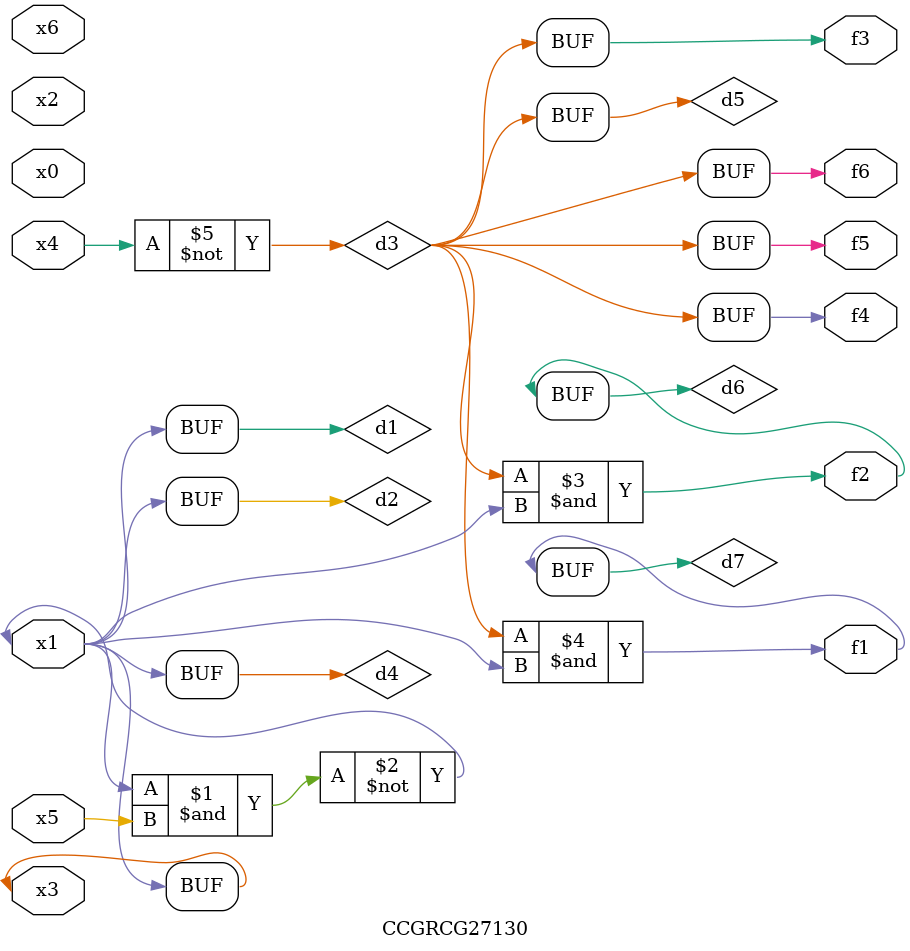
<source format=v>
module CCGRCG27130(
	input x0, x1, x2, x3, x4, x5, x6,
	output f1, f2, f3, f4, f5, f6
);

	wire d1, d2, d3, d4, d5, d6, d7;

	buf (d1, x1, x3);
	nand (d2, x1, x5);
	not (d3, x4);
	buf (d4, d1, d2);
	buf (d5, d3);
	and (d6, d3, d4);
	and (d7, d3, d4);
	assign f1 = d7;
	assign f2 = d6;
	assign f3 = d5;
	assign f4 = d5;
	assign f5 = d5;
	assign f6 = d5;
endmodule

</source>
